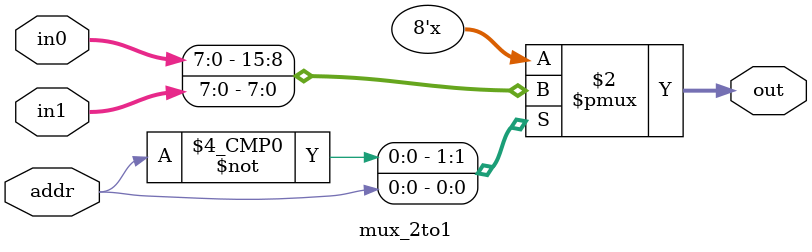
<source format=v>
module mux_2to1(out,in0,in1,addr);
parameter n=8 ;//参数表示输入、输出数据的位数
output[n-1:0] out;
input [n-1:0] in0,in1;
input addr;
reg [n-1:0] out;
always @(in0 or in1 or addr) //敏感信号列表
case(addr)
1'b0: out=in0;
1'b1: out=in1;
default: out=1'bx;
endcase
endmodule

</source>
